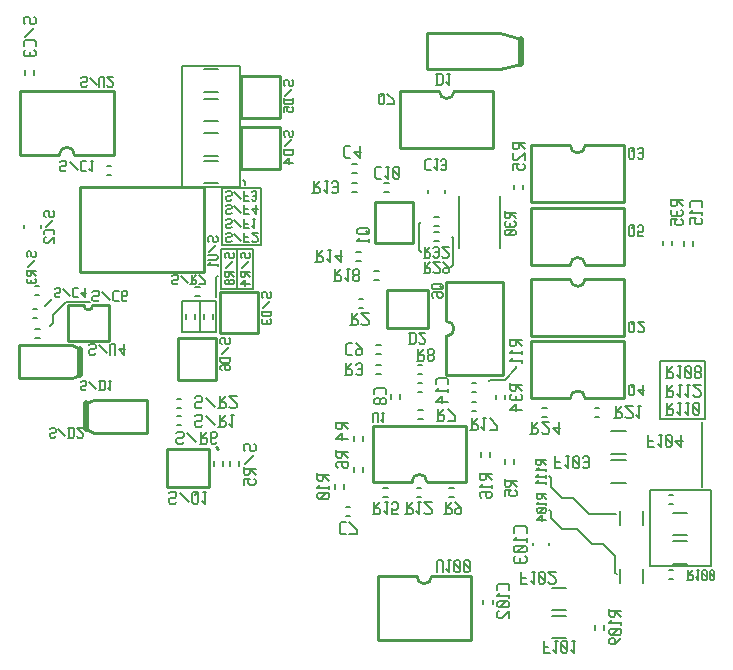
<source format=gbr>
G04 start of page 10 for group -4078 idx -4078 *
G04 Title: (unknown), bottomsilk *
G04 Creator: pcb 1.99z *
G04 CreationDate: Thu 09 Sep 2010 15:44:30 GMT UTC *
G04 For: rbarlow *
G04 Format: Gerber/RS-274X *
G04 PCB-Dimensions: 236220 263780 *
G04 PCB-Coordinate-Origin: lower left *
%MOIN*%
%FSLAX25Y25*%
%LNBACKSILK*%
%ADD11C,0.0200*%
%ADD12C,0.0100*%
%ADD13C,0.0079*%
%ADD69C,0.0080*%
G54D13*X62599Y140946D02*Y130514D01*
X67914Y142128D02*Y148822D01*
X68111Y130514D02*Y140946D01*
X56693Y130514D02*X68111D01*
X75000Y158270D02*Y145079D01*
X67914Y148822D02*X68504Y149412D01*
X69685Y145079D02*Y158270D01*
X80315Y145079D02*X69685D01*
X80315Y158270D02*Y145079D01*
X56693Y140946D02*Y130514D01*
X13780Y133663D02*X12795Y132680D01*
X13780Y136419D02*Y133663D01*
X18111Y140750D02*X13780Y136419D01*
X25985Y140750D02*X18111D01*
X13386Y141735D02*X11024Y139373D01*
X68111Y140946D02*X56693Y140947D01*
X69685Y158272D02*X80315Y158268D01*
X70079Y178742D02*Y159648D01*
X83071Y159451D02*Y178742D01*
X70079Y159451D02*X83071D01*
X75985Y219293D02*Y178939D01*
X56693Y219293D02*X75985D01*
X56693Y178939D02*Y219293D01*
X77756Y179727D02*Y180514D01*
X77757Y180513D02*X76970Y181300D01*
X75985Y178939D02*X56693D01*
X83071Y178742D02*X70079D01*
G54D12*X67913Y92323D02*X68504Y91733D01*
G54D13*X164173Y114567D02*X159448D01*
X168110Y119292D02*Y118504D01*
X164173Y114567D01*
X159448D02*X159055Y114174D01*
X136417Y157285D02*Y157286D01*
X135630Y158073D01*
Y166538D01*
X136220Y167128D01*
X146457Y152364D02*Y152365D01*
X147047Y152955D01*
Y161814D01*
X146654Y162207D01*
X179724Y81892D02*Y78940D01*
X183465Y75199D01*
X187008D01*
X179528Y70868D02*Y68703D01*
X179724Y81892D02*X179134Y82482D01*
X179528Y70868D02*X179134Y71262D01*
X179528Y68703D02*X183268Y64963D01*
X212598Y52561D02*X233071D01*
Y77758D02*X212598D01*
Y52561D01*
X216142Y101577D02*X230906D01*
Y120868D01*
X233071Y52561D02*Y77758D01*
X230118Y100592D02*Y78939D01*
X230906Y120868D02*X216142D01*
Y101577D01*
X183268Y64963D02*X188188D01*
X193307Y59844D01*
X197047D01*
X200984Y55907D01*
Y50396D01*
X201575Y49805D01*
X187008Y75199D02*X192323Y69884D01*
X201378D01*
X167390Y179690D02*Y178116D01*
X170406Y179690D02*Y178116D01*
G54D69*X138780Y177756D02*Y176970D01*
X144290Y177756D02*Y176970D01*
G54D12*X173069Y192789D02*X186069D01*
X191069D02*X204069D01*
X173069D02*Y173789D01*
X204069D01*
Y192789D02*Y173789D01*
X186069Y192789D02*G75*G03X191069Y192789I2500J0D01*G01*
X129415Y210918D02*X142415D01*
X147415D02*X160415D01*
X129415D02*Y191918D01*
X160415D01*
Y210918D02*Y191918D01*
X142415Y210918D02*G75*G03X147415Y210918I2500J0D01*G01*
X169784Y228419D02*X162784Y230119D01*
X138484D02*X162784D01*
X138484D02*Y218307D01*
X162784D01*
X169784Y220007D02*X162784Y218307D01*
G54D11*X169784Y228419D02*Y220007D01*
G54D13*X123980Y180250D02*X125554D01*
X123980Y177234D02*X125554D01*
X126445Y109808D02*Y108234D01*
X129461Y109808D02*Y108234D01*
X135271Y104659D02*X136845D01*
X135271Y101643D02*X136845D01*
X121493Y126117D02*X123067D01*
X121493Y123101D02*X123067D01*
X121493Y119620D02*X123067D01*
X121493Y116604D02*X123067D01*
X153186Y110502D02*X154760D01*
X153186Y113518D02*X154760D01*
X135201Y119620D02*X136775D01*
X135201Y116604D02*X136775D01*
X153186Y104203D02*X154760D01*
X153186Y107219D02*X154760D01*
X135201Y113516D02*X136775D01*
X135201Y110500D02*X136775D01*
X54886Y102494D02*X56460D01*
X54886Y99478D02*X56460D01*
X54886Y108398D02*X56460D01*
X54886Y105382D02*X56460D01*
G54D69*X9645Y166142D02*Y165356D01*
X4135Y166142D02*Y165356D01*
G54D12*X2741Y210905D02*Y189693D01*
Y210905D02*X33873D01*
Y189693D01*
X2741D02*X15807D01*
X20807D02*X33873D01*
X20807D02*G75*G03X15807Y189693I-2500J0D01*G01*
G54D13*X7517Y142784D02*X9091D01*
X7517Y145800D02*X9091D01*
X7641Y128612D02*X9215D01*
X7641Y131628D02*X9215D01*
X6854Y138320D02*X8428D01*
X6854Y135304D02*X8428D01*
G54D12*X22612Y150566D02*X64012D01*
X22612Y179066D02*Y150566D01*
Y179066D02*X64012D01*
Y150566D01*
G54D13*X61154Y136453D02*Y134879D01*
X58138Y136453D02*Y134879D01*
X60988Y142587D02*X62562D01*
X60988Y145603D02*X62562D01*
X66862Y136453D02*Y134879D01*
X63846Y136453D02*Y134879D01*
X113422Y186746D02*X114996D01*
X113422Y183730D02*X114996D01*
X113422Y180250D02*X114996D01*
X113422Y177234D02*X114996D01*
G54D12*X76474Y201926D02*Y215826D01*
X89274D01*
Y201926D01*
X76474D01*
G54D69*X63976Y218112D02*X68700D01*
X63976Y210632D02*X68700D01*
X63976Y208270D02*X68700D01*
X63976Y200790D02*X68700D01*
G54D13*X4398Y217949D02*Y216375D01*
X7414Y217949D02*Y216375D01*
X31532Y185957D02*X33106D01*
X31532Y182941D02*X33106D01*
G54D12*X89274Y198865D02*Y184965D01*
X76474D02*X89274D01*
X76474Y198865D02*Y184965D01*
Y198865D02*X89274D01*
G54D69*X63976Y196851D02*X68700D01*
X63976Y189371D02*X68700D01*
X63976Y187600D02*X68700D01*
X63976Y180120D02*X68700D01*
G54D12*X144811Y129181D02*Y116181D01*
Y147181D02*Y134181D01*
Y116181D02*X163811D01*
Y147181D02*Y116181D01*
X144811Y147181D02*X163811D01*
X144811Y129181D02*G75*G03X144811Y134181I0J2500D01*G01*
X173069Y148301D02*X186069D01*
X191069D02*X204069D01*
X173069D02*Y129301D01*
X204069D01*
Y148301D02*Y129301D01*
X186069Y148301D02*G75*G03X191069Y148301I2500J0D01*G01*
X138756Y144628D02*Y131828D01*
X124856Y144628D02*X138756D01*
X124856D02*Y131828D01*
X138756D01*
G54D69*X149018Y175888D02*Y158566D01*
X162792Y175888D02*Y158566D01*
G54D12*X120963Y174061D02*X133763D01*
X120963D02*Y160161D01*
X133763D01*
Y174061D02*Y160161D01*
G54D13*X140712Y160895D02*X142286D01*
X140712Y163911D02*X142286D01*
X140713Y166014D02*X142287D01*
X140713Y169030D02*X142287D01*
X120634Y150919D02*X122208D01*
X120634Y147903D02*X122208D01*
X115587Y141667D02*X117161D01*
X115587Y138651D02*X117161D01*
X114800Y157415D02*X116374D01*
X114800Y154399D02*X116374D01*
X176808Y105250D02*X178382D01*
X176808Y102234D02*X178382D01*
X194256D02*X195830D01*
X194256Y105250D02*X195830D01*
G54D12*X204069Y108435D02*X191069D01*
X173069D02*X186069D01*
X204069Y127435D02*Y108435D01*
X173069Y127435D02*X204069D01*
X173069Y108435D02*Y127435D01*
X191069Y108435D02*G75*G03X186069Y108435I-2500J0D01*G01*
G54D13*X164303Y109682D02*Y108108D01*
X161287Y109682D02*Y108108D01*
G54D12*X204069Y152923D02*X191069D01*
X173069D02*X186069D01*
X204069Y171923D02*Y152923D01*
X173069Y171923D02*X204069D01*
X173069Y152923D02*Y171923D01*
X191069Y152923D02*G75*G03X186069Y152923I-2500J0D01*G01*
G54D13*X216996Y161059D02*Y159485D01*
X220012Y161059D02*Y159485D01*
X223886Y160988D02*Y159414D01*
X226902Y160988D02*Y159414D01*
X157153Y41376D02*Y39802D01*
X160169Y41376D02*Y39802D01*
G54D69*X173623Y60238D02*Y59452D01*
X179133Y60238D02*Y59452D01*
G54D13*X145634Y75659D02*X147208D01*
X145634Y78675D02*X147208D01*
X167453Y88155D02*Y86581D01*
X164437Y88155D02*Y86581D01*
X159185Y90517D02*Y88943D01*
X156169Y90517D02*Y88943D01*
X197374Y32911D02*Y31337D01*
X194358Y32911D02*Y31337D01*
G54D69*X199802Y97443D02*X204526D01*
X199802Y89963D02*X204526D01*
X199804Y87797D02*X204528D01*
X199804Y80317D02*X204528D01*
X179921Y45278D02*X184645D01*
X179921Y37798D02*X184645D01*
X179921Y36026D02*X184645D01*
X179921Y28546D02*X184645D01*
G54D13*X218862Y76116D02*X220436D01*
X218862Y73100D02*X220436D01*
X218862Y51313D02*X220436D01*
X218862Y48297D02*X220436D01*
G54D69*X220275Y70277D02*X224999D01*
X220275Y62797D02*X224999D01*
X220275Y53348D02*X224999D01*
X220275Y60828D02*X224999D01*
X210236Y70867D02*Y66143D01*
X202756Y70867D02*Y66143D01*
X210236Y51577D02*Y46853D01*
X202756Y51577D02*Y46853D01*
G54D12*X138324Y80634D02*X151390D01*
X120258D02*X133324D01*
X151390Y99286D02*Y80634D01*
X120258Y99286D02*X151390D01*
X120258D02*Y80634D01*
X138324D02*G75*G03X133324Y80634I-2500J0D01*G01*
X152967Y49190D02*Y27978D01*
X121835D02*X152967D01*
X121835Y49190D02*Y27978D01*
X139901Y49190D02*X152967D01*
X121835D02*X134901D01*
G75*G03X139901Y49190I2500J0D01*G01*
G54D13*X111185Y72179D02*X112759D01*
X111185Y69163D02*X112759D01*
X107547Y79887D02*Y78313D01*
X110563Y79887D02*Y78313D01*
X123658Y78675D02*X125232D01*
X123658Y75659D02*X125232D01*
X134879Y78675D02*X136453D01*
X134879Y75659D02*X136453D01*
X117059Y85470D02*Y83896D01*
X114043Y85470D02*Y83896D01*
Y95903D02*Y94329D01*
X117059Y95903D02*Y94329D01*
G54D11*X24728Y98261D02*Y106861D01*
G54D12*X27328Y108061D01*
X44928D01*
Y97061D01*
X27328D01*
X24728Y98261D01*
G54D11*X22517Y124971D02*Y116371D01*
G54D12*X19917Y115171D01*
X2317D02*X19917D01*
X2317Y126171D02*Y115171D01*
Y126171D02*X19917D01*
X22517Y124971D01*
X18542Y139495D02*X23942D01*
X27042D02*X32442D01*
Y127695D01*
X18542D02*X32442D01*
X18542Y139495D02*Y127695D01*
X23942Y139495D02*G75*G03X26942Y139495I1500J0D01*G01*
X51598Y91674D02*X65498D01*
Y78874D01*
X51598D02*X65498D01*
X51598Y91674D02*Y78874D01*
X68132Y128478D02*Y114578D01*
X55332D02*X68132D01*
X55332Y128478D02*Y114578D01*
Y128478D02*X68132D01*
X69227Y130144D02*Y144044D01*
X82027D01*
Y130144D01*
X69227D01*
G54D13*X72705Y87437D02*Y85863D01*
X75721Y87437D02*Y85863D01*
X67193Y87437D02*Y85863D01*
X70209Y87437D02*Y85863D01*
X164275Y168988D02*Y170768D01*
Y168988D02*X164720Y168543D01*
X165610D01*
X166055Y168988D02*X165610Y168543D01*
X166055Y168988D02*Y170323D01*
X164275D02*X167835D01*
X166055D02*X167835Y168543D01*
X164720Y167475D02*X164275Y167030D01*
Y166140D02*Y167030D01*
Y166140D02*X164720Y165695D01*
X167390D01*
X167835Y166140D02*X167390Y165695D01*
X167835Y166140D02*Y167030D01*
X167390Y167475D02*X167835Y167030D01*
X166055Y165695D02*Y167030D01*
X167390Y164626D02*X167835Y164181D01*
X164720Y164626D02*X167390D01*
X164720D02*X164275Y164181D01*
Y163291D02*Y164181D01*
Y163291D02*X164720Y162846D01*
X167390D01*
X167835Y163291D02*X167390Y162846D01*
X167835Y163291D02*Y164181D01*
X166945Y164626D02*X165165Y162846D01*
X166945Y192061D02*Y194061D01*
Y192061D02*X167445Y191561D01*
X168445D01*
X168945Y192061D02*X168445Y191561D01*
X168945Y192061D02*Y193561D01*
X166945D02*X170945D01*
X168945D02*X170945Y191561D01*
X167445Y190360D02*X166945Y189860D01*
Y188360D02*Y189860D01*
Y188360D02*X167445Y187860D01*
X168445D01*
X170945Y190360D02*X168445Y187860D01*
X170945D02*Y190360D01*
X166945Y184659D02*Y186659D01*
X168945D01*
X168445Y186159D01*
Y185159D02*Y186159D01*
Y185159D02*X168945Y184659D01*
X170445D01*
X170945Y185159D02*X170445Y184659D01*
X170945Y185159D02*Y186159D01*
X170445Y186659D02*X170945Y186159D01*
X205690Y188821D02*Y191491D01*
Y188821D02*X206135Y188376D01*
X207025D01*
X207470Y188821D01*
Y191491D01*
X207025Y191936D02*X207470Y191491D01*
X206135Y191936D02*X207025D01*
X205690Y191491D02*X206135Y191936D01*
X206580Y191046D02*X207470Y191936D01*
X208538Y188821D02*X208983Y188376D01*
X209873D01*
X210318Y188821D01*
Y191491D01*
X209873Y191936D02*X210318Y191491D01*
X208983Y191936D02*X209873D01*
X208538Y191491D02*X208983Y191936D01*
Y190156D02*X210318D01*
X219503Y173037D02*Y175037D01*
Y173037D02*X220003Y172537D01*
X221003D01*
X221503Y173037D02*X221003Y172537D01*
X221503Y173037D02*Y174537D01*
X219503D02*X223503D01*
X221503D02*X223503Y172537D01*
X220003Y171336D02*X219503Y170836D01*
Y169836D02*Y170836D01*
Y169836D02*X220003Y169336D01*
X223003D01*
X223503Y169836D02*X223003Y169336D01*
X223503Y169836D02*Y170836D01*
X223003Y171336D02*X223503Y170836D01*
X221503Y169336D02*Y170836D01*
X219503Y166135D02*Y168135D01*
X221503D01*
X221003Y167635D01*
Y166635D02*Y167635D01*
Y166635D02*X221503Y166135D01*
X223003D01*
X223503Y166635D02*X223003Y166135D01*
X223503Y166635D02*Y167635D01*
X223003Y168135D02*X223503Y167635D01*
X230001Y172338D02*Y173838D01*
X229501Y174338D02*X230001Y173838D01*
X226501Y174338D02*X229501D01*
X226501D02*X226001Y173838D01*
Y172338D02*Y173838D01*
X230001Y169637D02*Y170637D01*
X226001Y170137D02*X230001D01*
X227001Y171137D02*X226001Y170137D01*
Y166436D02*Y168436D01*
X228001D01*
X227501Y167936D01*
Y166936D02*Y167936D01*
Y166936D02*X228001Y166436D01*
X229501D01*
X230001Y166936D02*X229501Y166436D01*
X230001Y166936D02*Y167936D01*
X229501Y168436D02*X230001Y167936D01*
X141783Y213042D02*Y216602D01*
X143118Y213042D02*X143563Y213487D01*
Y216157D01*
X143118Y216602D02*X143563Y216157D01*
X141338Y216602D02*X143118D01*
X141338Y213042D02*X143118D01*
X145076Y216602D02*X145966D01*
X145521Y213042D02*Y216602D01*
X144631Y213932D02*X145521Y213042D01*
X138241Y188111D02*X139576D01*
X137796Y187666D02*X138241Y188111D01*
X137796Y184996D02*Y187666D01*
Y184996D02*X138241Y184551D01*
X139576D01*
X141089Y188111D02*X141979D01*
X141534Y184551D02*Y188111D01*
X140644Y185441D02*X141534Y184551D01*
X143048Y184996D02*X143493Y184551D01*
X144383D01*
X144828Y184996D01*
Y187666D01*
X144383Y188111D02*X144828Y187666D01*
X143493Y188111D02*X144383D01*
X143048Y187666D02*X143493Y188111D01*
Y186331D02*X144828D01*
X111292Y192601D02*X112792D01*
X110792Y192101D02*X111292Y192601D01*
X110792Y189101D02*Y192101D01*
Y189101D02*X111292Y188601D01*
X112792D01*
X113993Y190601D02*X115993Y188601D01*
X113993Y190601D02*X116493D01*
X115993Y188601D02*Y192601D01*
X90608Y196123D02*X90998Y195733D01*
X90608Y196123D02*Y197293D01*
X90998Y197683D02*X90608Y197293D01*
X90998Y197683D02*X91778D01*
X92168Y197293D01*
Y196123D02*Y197293D01*
Y196123D02*X92558Y195733D01*
X93338D01*
X93728Y196123D02*X93338Y195733D01*
X93728Y196123D02*Y197293D01*
X93338Y197683D02*X93728Y197293D01*
X93338Y194797D02*X90998Y192457D01*
X90608Y191130D02*X93728D01*
X90608Y189960D02*X90998Y189570D01*
X93338D01*
X93728Y189960D02*X93338Y189570D01*
X93728Y189960D02*Y191520D01*
X90608Y189960D02*Y191520D01*
X92168Y188633D02*X90608Y187073D01*
X92168Y186683D02*Y188633D01*
X90608Y187073D02*X93728D01*
X90610Y213053D02*X91000Y212663D01*
X90610Y213053D02*Y214223D01*
X91000Y214613D02*X90610Y214223D01*
X91000Y214613D02*X91780D01*
X92170Y214223D01*
Y213053D02*Y214223D01*
Y213053D02*X92560Y212663D01*
X93340D01*
X93730Y213053D02*X93340Y212663D01*
X93730Y213053D02*Y214223D01*
X93340Y214613D02*X93730Y214223D01*
X93340Y211727D02*X91000Y209387D01*
X90610Y208060D02*X93730D01*
X90610Y206890D02*X91000Y206500D01*
X93340D01*
X93730Y206890D02*X93340Y206500D01*
X93730Y206890D02*Y208450D01*
X90610Y206890D02*Y208450D01*
Y204003D02*Y205563D01*
X92170D01*
X91780Y205173D01*
Y204393D02*Y205173D01*
Y204393D02*X92170Y204003D01*
X93340D01*
X93730Y204393D02*X93340Y204003D01*
X93730Y204393D02*Y205173D01*
X93340Y205563D02*X93730Y205173D01*
X122180Y206913D02*Y209583D01*
Y206913D02*X122625Y206468D01*
X123515D01*
X123960Y206913D01*
Y209583D01*
X123515Y210028D02*X123960Y209583D01*
X122625Y210028D02*X123515D01*
X122180Y209583D02*X122625Y210028D01*
X123070Y209138D02*X123960Y210028D01*
X125028D02*X127253Y207803D01*
Y206468D02*Y207803D01*
X125028Y206468D02*X127253D01*
X121600Y185710D02*X123100D01*
X121100Y185210D02*X121600Y185710D01*
X121100Y182210D02*Y185210D01*
Y182210D02*X121600Y181710D01*
X123100D01*
X124801Y185710D02*X125801D01*
X125301Y181710D02*Y185710D01*
X124301Y182710D02*X125301Y181710D01*
X127002Y185210D02*X127502Y185710D01*
X127002Y182210D02*Y185210D01*
Y182210D02*X127502Y181710D01*
X128502D01*
X129002Y182210D01*
Y185210D01*
X128502Y185710D02*X129002Y185210D01*
X127502Y185710D02*X128502D01*
X127002Y184710D02*X129002Y182710D01*
X205664Y163074D02*Y165744D01*
Y163074D02*X206109Y162629D01*
X206999D01*
X207444Y163074D01*
Y165744D01*
X206999Y166189D02*X207444Y165744D01*
X206109Y166189D02*X206999D01*
X205664Y165744D02*X206109Y166189D01*
X206554Y165299D02*X207444Y166189D01*
X208512Y162629D02*X210292D01*
X208512D02*Y164409D01*
X208957Y163964D01*
X209847D01*
X210292Y164409D01*
Y165744D01*
X209847Y166189D02*X210292Y165744D01*
X208957Y166189D02*X209847D01*
X208512Y165744D02*X208957Y166189D01*
X165962Y126309D02*Y128309D01*
Y126309D02*X166462Y125809D01*
X167462D01*
X167962Y126309D02*X167462Y125809D01*
X167962Y126309D02*Y127809D01*
X165962D02*X169962D01*
X167962D02*X169962Y125809D01*
Y123108D02*Y124108D01*
X165962Y123608D02*X169962D01*
X166962Y124608D02*X165962Y123608D01*
X169962Y120407D02*Y121407D01*
X165962Y120907D02*X169962D01*
X166962Y121907D02*X165962Y120907D01*
X111882Y126853D02*X113382D01*
X111382Y126353D02*X111882Y126853D01*
X111382Y123353D02*Y126353D01*
Y123353D02*X111882Y122853D01*
X113382D01*
X114583Y126853D02*X116583Y124853D01*
Y123353D02*Y124853D01*
X116083Y122853D02*X116583Y123353D01*
X115083Y122853D02*X116083D01*
X114583Y123353D02*X115083Y122853D01*
X114583Y123353D02*Y124353D01*
X115083Y124853D01*
X116583D01*
X110987Y116159D02*X112987D01*
X113487Y116659D01*
Y117659D01*
X112987Y118159D02*X113487Y117659D01*
X111487Y118159D02*X112987D01*
X111487Y116159D02*Y120159D01*
Y118159D02*X113487Y120159D01*
X114688Y116659D02*X115188Y116159D01*
X116188D01*
X116688Y116659D01*
Y119659D01*
X116188Y120159D02*X116688Y119659D01*
X115188Y120159D02*X116188D01*
X114688Y119659D02*X115188Y120159D01*
Y118159D02*X116688D01*
X134878Y121080D02*X136878D01*
X137378Y121580D01*
Y122580D01*
X136878Y123080D02*X137378Y122580D01*
X135378Y123080D02*X136878D01*
X135378Y121080D02*Y125080D01*
Y123080D02*X137378Y125080D01*
X138579Y124580D02*X139079Y125080D01*
X138579Y123580D02*Y124580D01*
Y123580D02*X139079Y123080D01*
X140079D01*
X140579Y123580D01*
Y124580D01*
X140079Y125080D02*X140579Y124580D01*
X139079Y125080D02*X140079D01*
X138579Y122580D02*X139079Y123080D01*
X138579Y121580D02*Y122580D01*
Y121580D02*X139079Y121080D01*
X140079D01*
X140579Y121580D01*
Y122580D01*
X140079Y123080D02*X140579Y122580D01*
X152792Y97853D02*X154792D01*
X155292Y98353D01*
Y99353D01*
X154792Y99853D02*X155292Y99353D01*
X153292Y99853D02*X154792D01*
X153292Y97853D02*Y101853D01*
Y99853D02*X155292Y101853D01*
X156993D02*X157993D01*
X157493Y97853D02*Y101853D01*
X156493Y98853D02*X157493Y97853D01*
X159194Y101853D02*X161694Y99353D01*
Y97853D02*Y99353D01*
X159194Y97853D02*X161694D01*
X120438Y100489D02*Y103219D01*
X120828Y103609D01*
X121608D01*
X121998Y103219D01*
Y100489D02*Y103219D01*
X123324Y103609D02*X124104D01*
X123714Y100489D02*Y103609D01*
X122934Y101269D02*X123714Y100489D01*
X120239Y69900D02*X122239D01*
X122739Y70400D01*
Y71400D01*
X122239Y71900D02*X122739Y71400D01*
X120739Y71900D02*X122239D01*
X120739Y69900D02*Y73900D01*
Y71900D02*X122739Y73900D01*
X124440D02*X125440D01*
X124940Y69900D02*Y73900D01*
X123940Y70900D02*X124940Y69900D01*
X126641D02*X128641D01*
X126641D02*Y71900D01*
X127141Y71400D01*
X128141D01*
X128641Y71900D01*
Y73400D01*
X128141Y73900D02*X128641Y73400D01*
X127141Y73900D02*X128141D01*
X126641Y73400D02*X127141Y73900D01*
X145354Y113178D02*Y114678D01*
X144854Y115178D02*X145354Y114678D01*
X141854Y115178D02*X144854D01*
X141854D02*X141354Y114678D01*
Y113178D02*Y114678D01*
X145354Y110477D02*Y111477D01*
X141354Y110977D02*X145354D01*
X142354Y111977D02*X141354Y110977D01*
X143354Y109276D02*X141354Y107276D01*
X143354Y106776D02*Y109276D01*
X141354Y107276D02*X145354D01*
X166157Y111546D02*Y113546D01*
Y111546D02*X166657Y111046D01*
X167657D01*
X168157Y111546D02*X167657Y111046D01*
X168157Y111546D02*Y113046D01*
X166157D02*X170157D01*
X168157D02*X170157Y111046D01*
X166657Y109845D02*X166157Y109345D01*
Y108345D02*Y109345D01*
Y108345D02*X166657Y107845D01*
X169657D01*
X170157Y108345D02*X169657Y107845D01*
X170157Y108345D02*Y109345D01*
X169657Y109845D02*X170157Y109345D01*
X168157Y107845D02*Y109345D01*
Y106644D02*X166157Y104644D01*
X168157Y104144D02*Y106644D01*
X166157Y104644D02*X170157D01*
X172799Y96671D02*X174799D01*
X175299Y97171D01*
Y98171D01*
X174799Y98671D02*X175299Y98171D01*
X173299Y98671D02*X174799D01*
X173299Y96671D02*Y100671D01*
Y98671D02*X175299Y100671D01*
X176500Y97171D02*X177000Y96671D01*
X178500D01*
X179000Y97171D01*
Y98171D01*
X176500Y100671D02*X179000Y98171D01*
X176500Y100671D02*X179000D01*
X180201Y98671D02*X182201Y96671D01*
X180201Y98671D02*X182701D01*
X182201Y96671D02*Y100671D01*
X200753Y101789D02*X202753D01*
X203253Y102289D01*
Y103289D01*
X202753Y103789D02*X203253Y103289D01*
X201253Y103789D02*X202753D01*
X201253Y101789D02*Y105789D01*
Y103789D02*X203253Y105789D01*
X204454Y102289D02*X204954Y101789D01*
X206454D01*
X206954Y102289D01*
Y103289D01*
X204454Y105789D02*X206954Y103289D01*
X204454Y105789D02*X206954D01*
X208655D02*X209655D01*
X209155Y101789D02*Y105789D01*
X208155Y102789D02*X209155Y101789D01*
X217950Y115175D02*X219950D01*
X220450Y115675D01*
Y116675D01*
X219950Y117175D02*X220450Y116675D01*
X218450Y117175D02*X219950D01*
X218450Y115175D02*Y119175D01*
Y117175D02*X220450Y119175D01*
X222151D02*X223151D01*
X222651Y115175D02*Y119175D01*
X221651Y116175D02*X222651Y115175D01*
X224352Y118675D02*X224852Y119175D01*
X224352Y115675D02*Y118675D01*
Y115675D02*X224852Y115175D01*
X225852D01*
X226352Y115675D01*
Y118675D01*
X225852Y119175D02*X226352Y118675D01*
X224852Y119175D02*X225852D01*
X224352Y118175D02*X226352Y116175D01*
X227553Y118675D02*X228053Y119175D01*
X227553Y117675D02*Y118675D01*
Y117675D02*X228053Y117175D01*
X229053D01*
X229553Y117675D01*
Y118675D01*
X229053Y119175D02*X229553Y118675D01*
X228053Y119175D02*X229053D01*
X227553Y116675D02*X228053Y117175D01*
X227553Y115675D02*Y116675D01*
Y115675D02*X228053Y115175D01*
X229053D01*
X229553Y115675D01*
Y116675D01*
X229053Y117175D02*X229553Y116675D01*
X205664Y109925D02*Y112595D01*
Y109925D02*X206109Y109480D01*
X206999D01*
X207444Y109925D01*
Y112595D01*
X206999Y113040D02*X207444Y112595D01*
X206109Y113040D02*X206999D01*
X205664Y112595D02*X206109Y113040D01*
X206554Y112150D02*X207444Y113040D01*
X208512Y111260D02*X210292Y109480D01*
X208512Y111260D02*X210737D01*
X210292Y109480D02*Y113040D01*
X217913Y102970D02*X219913D01*
X220413Y103470D01*
Y104470D01*
X219913Y104970D02*X220413Y104470D01*
X218413Y104970D02*X219913D01*
X218413Y102970D02*Y106970D01*
Y104970D02*X220413Y106970D01*
X222114D02*X223114D01*
X222614Y102970D02*Y106970D01*
X221614Y103970D02*X222614Y102970D01*
X224815Y106970D02*X225815D01*
X225315Y102970D02*Y106970D01*
X224315Y103970D02*X225315Y102970D01*
X227016Y106470D02*X227516Y106970D01*
X227016Y103470D02*Y106470D01*
Y103470D02*X227516Y102970D01*
X228516D01*
X229016Y103470D01*
Y106470D01*
X228516Y106970D02*X229016Y106470D01*
X227516Y106970D02*X228516D01*
X227016Y105970D02*X229016Y103970D01*
X199032Y36154D02*Y38154D01*
Y36154D02*X199532Y35654D01*
X200532D01*
X201032Y36154D02*X200532Y35654D01*
X201032Y36154D02*Y37654D01*
X199032D02*X203032D01*
X201032D02*X203032Y35654D01*
Y32953D02*Y33953D01*
X199032Y33453D02*X203032D01*
X200032Y34453D02*X199032Y33453D01*
X202532Y31752D02*X203032Y31252D01*
X199532Y31752D02*X202532D01*
X199532D02*X199032Y31252D01*
Y30252D02*Y31252D01*
Y30252D02*X199532Y29752D01*
X202532D01*
X203032Y30252D02*X202532Y29752D01*
X203032Y30252D02*Y31252D01*
X202032Y31752D02*X200032Y29752D01*
X203032Y28551D02*X201032Y26551D01*
X199532D02*X201032D01*
X199032Y27051D02*X199532Y26551D01*
X199032Y27051D02*Y28051D01*
X199532Y28551D02*X199032Y28051D01*
X199532Y28551D02*X200532D01*
X201032Y28051D01*
Y26551D02*Y28051D01*
X165826Y44692D02*Y46192D01*
X165326Y46692D02*X165826Y46192D01*
X162326Y46692D02*X165326D01*
X162326D02*X161826Y46192D01*
Y44692D02*Y46192D01*
X165826Y41991D02*Y42991D01*
X161826Y42491D02*X165826D01*
X162826Y43491D02*X161826Y42491D01*
X165326Y40790D02*X165826Y40290D01*
X162326Y40790D02*X165326D01*
X162326D02*X161826Y40290D01*
Y39290D02*Y40290D01*
Y39290D02*X162326Y38790D01*
X165326D01*
X165826Y39290D02*X165326Y38790D01*
X165826Y39290D02*Y40290D01*
X164826Y40790D02*X162826Y38790D01*
X162326Y37589D02*X161826Y37089D01*
Y35589D02*Y37089D01*
Y35589D02*X162326Y35089D01*
X163326D01*
X165826Y37589D02*X163326Y35089D01*
X165826D02*Y37589D01*
X217985Y109072D02*X219985D01*
X220485Y109572D01*
Y110572D01*
X219985Y111072D02*X220485Y110572D01*
X218485Y111072D02*X219985D01*
X218485Y109072D02*Y113072D01*
Y111072D02*X220485Y113072D01*
X222186D02*X223186D01*
X222686Y109072D02*Y113072D01*
X221686Y110072D02*X222686Y109072D01*
X224887Y113072D02*X225887D01*
X225387Y109072D02*Y113072D01*
X224387Y110072D02*X225387Y109072D01*
X227088Y109572D02*X227588Y109072D01*
X229088D01*
X229588Y109572D01*
Y110572D01*
X227088Y113072D02*X229588Y110572D01*
X227088Y113072D02*X229588D01*
X177165Y23640D02*Y27640D01*
Y23640D02*X179165D01*
X177165Y25640D02*X178665D01*
X180866Y27640D02*X181866D01*
X181366Y23640D02*Y27640D01*
X180366Y24640D02*X181366Y23640D01*
X183067Y27140D02*X183567Y27640D01*
X183067Y24140D02*Y27140D01*
Y24140D02*X183567Y23640D01*
X184567D01*
X185067Y24140D01*
Y27140D01*
X184567Y27640D02*X185067Y27140D01*
X183567Y27640D02*X184567D01*
X183067Y26640D02*X185067Y24640D01*
X186768Y27640D02*X187768D01*
X187268Y23640D02*Y27640D01*
X186268Y24640D02*X187268Y23640D01*
X205690Y130947D02*Y133617D01*
Y130947D02*X206135Y130502D01*
X207025D01*
X207470Y130947D01*
Y133617D01*
X207025Y134062D02*X207470Y133617D01*
X206135Y134062D02*X207025D01*
X205690Y133617D02*X206135Y134062D01*
X206580Y133172D02*X207470Y134062D01*
X208538Y130947D02*X208983Y130502D01*
X210318D01*
X210763Y130947D01*
Y131837D01*
X208538Y134062D02*X210763Y131837D01*
X208538Y134062D02*X210763D01*
X225036Y48025D02*X226596D01*
X226986Y48415D01*
Y49195D01*
X226596Y49585D02*X226986Y49195D01*
X225426Y49585D02*X226596D01*
X225426Y48025D02*Y51145D01*
Y49585D02*X226986Y51145D01*
X228312D02*X229092D01*
X228702Y48025D02*Y51145D01*
X227922Y48805D02*X228702Y48025D01*
X230029Y50755D02*X230419Y51145D01*
X230029Y48415D02*Y50755D01*
Y48415D02*X230419Y48025D01*
X231199D01*
X231589Y48415D01*
Y50755D01*
X231199Y51145D02*X231589Y50755D01*
X230419Y51145D02*X231199D01*
X230029Y50365D02*X231589Y48805D01*
X232526Y50755D02*X232916Y51145D01*
X232526Y48415D02*Y50755D01*
Y48415D02*X232916Y48025D01*
X233696D01*
X234086Y48415D01*
Y50755D01*
X233696Y51145D02*X234086Y50755D01*
X232916Y51145D02*X233696D01*
X232526Y50365D02*X234086Y48805D01*
X54188Y73346D02*X54688Y73846D01*
X52688Y73346D02*X54188D01*
X52188Y73846D02*X52688Y73346D01*
X52188Y73846D02*Y74846D01*
X52688Y75346D01*
X54188D01*
X54688Y75846D01*
Y76846D01*
X54188Y77346D02*X54688Y76846D01*
X52688Y77346D02*X54188D01*
X52188Y76846D02*X52688Y77346D01*
X55889Y76846D02*X58889Y73846D01*
X60090D02*Y76846D01*
Y73846D02*X60590Y73346D01*
X61590D01*
X62090Y73846D01*
Y76846D01*
X61590Y77346D02*X62090Y76846D01*
X60590Y77346D02*X61590D01*
X60090Y76846D02*X60590Y77346D01*
X61090Y76346D02*X62090Y77346D01*
X63791D02*X64791D01*
X64291Y73346D02*Y77346D01*
X63291Y74346D02*X64291Y73346D01*
X77181Y91344D02*X77681Y90844D01*
X77181Y91344D02*Y92844D01*
X77681Y93344D02*X77181Y92844D01*
X77681Y93344D02*X78681D01*
X79181Y92844D01*
Y91344D02*Y92844D01*
Y91344D02*X79681Y90844D01*
X80681D01*
X81181Y91344D02*X80681Y90844D01*
X81181Y91344D02*Y92844D01*
X80681Y93344D02*X81181Y92844D01*
X80681Y89643D02*X77681Y86643D01*
X77181Y83442D02*Y85442D01*
Y83442D02*X77681Y82942D01*
X78681D01*
X79181Y83442D02*X78681Y82942D01*
X79181Y83442D02*Y84942D01*
X77181D02*X81181D01*
X79181D02*X81181Y82942D01*
X77181Y79741D02*Y81741D01*
X79181D01*
X78681Y81241D01*
Y80241D02*Y81241D01*
Y80241D02*X79181Y79741D01*
X80681D01*
X81181Y80241D02*X80681Y79741D01*
X81181Y80241D02*Y81241D01*
X80681Y81741D02*X81181Y81241D01*
X56689Y93324D02*X57189Y93824D01*
X55189Y93324D02*X56689D01*
X54689Y93824D02*X55189Y93324D01*
X54689Y93824D02*Y94824D01*
X55189Y95324D01*
X56689D01*
X57189Y95824D01*
Y96824D01*
X56689Y97324D02*X57189Y96824D01*
X55189Y97324D02*X56689D01*
X54689Y96824D02*X55189Y97324D01*
X58390Y96824D02*X61390Y93824D01*
X62591Y93324D02*X64591D01*
X65091Y93824D01*
Y94824D01*
X64591Y95324D02*X65091Y94824D01*
X63091Y95324D02*X64591D01*
X63091Y93324D02*Y97324D01*
Y95324D02*X65091Y97324D01*
X67792Y93324D02*X68292Y93824D01*
X66792Y93324D02*X67792D01*
X66292Y93824D02*X66792Y93324D01*
X66292Y93824D02*Y96824D01*
X66792Y97324D01*
X67792Y95324D02*X68292Y95824D01*
X66292Y95324D02*X67792D01*
X66792Y97324D02*X67792D01*
X68292Y96824D01*
Y95824D02*Y96824D01*
X109788Y67207D02*X111288D01*
X109288Y66707D02*X109788Y67207D01*
X109288Y63707D02*Y66707D01*
Y63707D02*X109788Y63207D01*
X111288D01*
X112489Y67207D02*X114989Y64707D01*
Y63207D02*Y64707D01*
X112489Y63207D02*X114989D01*
X108085Y89107D02*Y91107D01*
Y89107D02*X108585Y88607D01*
X109585D01*
X110085Y89107D02*X109585Y88607D01*
X110085Y89107D02*Y90607D01*
X108085D02*X112085D01*
X110085D02*X112085Y88607D01*
X108085Y85906D02*X108585Y85406D01*
X108085Y85906D02*Y86906D01*
X108585Y87406D02*X108085Y86906D01*
X108585Y87406D02*X111585D01*
X112085Y86906D01*
X110085Y85906D02*X110585Y85406D01*
X110085Y85906D02*Y87406D01*
X112085Y85906D02*Y86906D01*
Y85906D02*X111585Y85406D01*
X110585D02*X111585D01*
X101787Y81430D02*Y83430D01*
Y81430D02*X102287Y80930D01*
X103287D01*
X103787Y81430D02*X103287Y80930D01*
X103787Y81430D02*Y82930D01*
X101787D02*X105787D01*
X103787D02*X105787Y80930D01*
Y78229D02*Y79229D01*
X101787Y78729D02*X105787D01*
X102787Y79729D02*X101787Y78729D01*
X105287Y77028D02*X105787Y76528D01*
X102287Y77028D02*X105287D01*
X102287D02*X101787Y76528D01*
Y75528D02*Y76528D01*
Y75528D02*X102287Y75028D01*
X105287D01*
X105787Y75528D02*X105287Y75028D01*
X105787Y75528D02*Y76528D01*
X104787Y77028D02*X102787Y75028D01*
X108087Y98627D02*Y100627D01*
Y98627D02*X108587Y98127D01*
X109587D01*
X110087Y98627D02*X109587Y98127D01*
X110087Y98627D02*Y100127D01*
X108087D02*X112087D01*
X110087D02*X112087Y98127D01*
X110087Y96926D02*X108087Y94926D01*
X110087Y94426D02*Y96926D01*
X108087Y94926D02*X112087D01*
X62864Y99032D02*X63364Y99532D01*
X61364Y99032D02*X62864D01*
X60864Y99532D02*X61364Y99032D01*
X60864Y99532D02*Y100532D01*
X61364Y101032D01*
X62864D01*
X63364Y101532D01*
Y102532D01*
X62864Y103032D02*X63364Y102532D01*
X61364Y103032D02*X62864D01*
X60864Y102532D02*X61364Y103032D01*
X64565Y102532D02*X67565Y99532D01*
X68766Y99032D02*X70766D01*
X71266Y99532D01*
Y100532D01*
X70766Y101032D02*X71266Y100532D01*
X69266Y101032D02*X70766D01*
X69266Y99032D02*Y103032D01*
Y101032D02*X71266Y103032D01*
X72967D02*X73967D01*
X73467Y99032D02*Y103032D01*
X72467Y100032D02*X73467Y99032D01*
X62862Y105134D02*X63362Y105634D01*
X61362Y105134D02*X62862D01*
X60862Y105634D02*X61362Y105134D01*
X60862Y105634D02*Y106634D01*
X61362Y107134D01*
X62862D01*
X63362Y107634D01*
Y108634D01*
X62862Y109134D02*X63362Y108634D01*
X61362Y109134D02*X62862D01*
X60862Y108634D02*X61362Y109134D01*
X64563Y108634D02*X67563Y105634D01*
X68764Y105134D02*X70764D01*
X71264Y105634D01*
Y106634D01*
X70764Y107134D02*X71264Y106634D01*
X69264Y107134D02*X70764D01*
X69264Y105134D02*Y109134D01*
Y107134D02*X71264Y109134D01*
X72465Y105634D02*X72965Y105134D01*
X74465D01*
X74965Y105634D01*
Y106634D01*
X72465Y109134D02*X74965Y106634D01*
X72465Y109134D02*X74965D01*
X171691Y63728D02*Y65393D01*
X171136Y65948D02*X171691Y65393D01*
X167806Y65948D02*X171136D01*
X167806D02*X167251Y65393D01*
Y63728D02*Y65393D01*
X171691Y60730D02*Y61840D01*
X167251Y61285D02*X171691D01*
X168361Y62395D02*X167251Y61285D01*
X171136Y59397D02*X171691Y58842D01*
X167806Y59397D02*X171136D01*
X167806D02*X167251Y58842D01*
Y57732D02*Y58842D01*
Y57732D02*X167806Y57177D01*
X171136D01*
X171691Y57732D02*X171136Y57177D01*
X171691Y57732D02*Y58842D01*
X170581Y59397D02*X168361Y57177D01*
X167806Y55844D02*X167251Y55289D01*
Y54179D02*Y55289D01*
Y54179D02*X167806Y53624D01*
X171136D01*
X171691Y54179D02*X171136Y53624D01*
X171691Y54179D02*Y55289D01*
X171136Y55844D02*X171691Y55289D01*
X169471Y53624D02*Y55289D01*
X169687Y46672D02*Y50672D01*
Y46672D02*X171687D01*
X169687Y48672D02*X171187D01*
X173388Y50672D02*X174388D01*
X173888Y46672D02*Y50672D01*
X172888Y47672D02*X173888Y46672D01*
X175589Y50172D02*X176089Y50672D01*
X175589Y47172D02*Y50172D01*
Y47172D02*X176089Y46672D01*
X177089D01*
X177589Y47172D01*
Y50172D01*
X177089Y50672D02*X177589Y50172D01*
X176089Y50672D02*X177089D01*
X175589Y49672D02*X177589Y47672D01*
X178790Y47172D02*X179290Y46672D01*
X180790D01*
X181290Y47172D01*
Y48172D01*
X178790Y50672D02*X181290Y48172D01*
X178790Y50672D02*X181290D01*
X141505Y50514D02*Y54014D01*
X142005Y54514D01*
X143005D01*
X143505Y54014D01*
Y50514D02*Y54014D01*
X145206Y54514D02*X146206D01*
X145706Y50514D02*Y54514D01*
X144706Y51514D02*X145706Y50514D01*
X147407Y54014D02*X147907Y54514D01*
X147407Y51014D02*Y54014D01*
Y51014D02*X147907Y50514D01*
X148907D01*
X149407Y51014D01*
Y54014D01*
X148907Y54514D02*X149407Y54014D01*
X147907Y54514D02*X148907D01*
X147407Y53514D02*X149407Y51514D01*
X150608Y54014D02*X151108Y54514D01*
X150608Y51014D02*Y54014D01*
Y51014D02*X151108Y50514D01*
X152108D01*
X152608Y51014D01*
Y54014D01*
X152108Y54514D02*X152608Y54014D01*
X151108Y54514D02*X152108D01*
X150608Y53514D02*X152608Y51514D01*
X144059Y69900D02*X146059D01*
X146559Y70400D01*
Y71400D01*
X146059Y71900D02*X146559Y71400D01*
X144559Y71900D02*X146059D01*
X144559Y69900D02*Y73900D01*
Y71900D02*X146559Y73900D01*
X147760D02*X149760Y71900D01*
Y70400D02*Y71900D01*
X149260Y69900D02*X149760Y70400D01*
X148260Y69900D02*X149260D01*
X147760Y70400D02*X148260Y69900D01*
X147760Y70400D02*Y71400D01*
X148260Y71900D01*
X149760D01*
X131066Y69899D02*X133066D01*
X133566Y70399D01*
Y71399D01*
X133066Y71899D02*X133566Y71399D01*
X131566Y71899D02*X133066D01*
X131566Y69899D02*Y73899D01*
Y71899D02*X133566Y73899D01*
X135267D02*X136267D01*
X135767Y69899D02*Y73899D01*
X134767Y70899D02*X135767Y69899D01*
X137468Y70399D02*X137968Y69899D01*
X139468D01*
X139968Y70399D01*
Y71399D01*
X137468Y73899D02*X139968Y71399D01*
X137468Y73899D02*X139968D01*
X174794Y86633D02*Y88193D01*
Y86633D02*X175184Y86243D01*
X175964D01*
X176354Y86633D02*X175964Y86243D01*
X176354Y86633D02*Y87803D01*
X174794D02*X177914D01*
X176354D02*X177914Y86243D01*
Y84137D02*Y84917D01*
X174794Y84527D02*X177914D01*
X175574Y85307D02*X174794Y84527D01*
X177914Y82030D02*Y82810D01*
X174794Y82420D02*X177914D01*
X175574Y83200D02*X174794Y82420D01*
X177914Y79923D02*Y80703D01*
X174794Y80313D02*X177914D01*
X175574Y81093D02*X174794Y80313D01*
X174993Y75411D02*Y76971D01*
Y75411D02*X175383Y75021D01*
X176163D01*
X176553Y75411D02*X176163Y75021D01*
X176553Y75411D02*Y76581D01*
X174993D02*X178113D01*
X176553D02*X178113Y75021D01*
Y72915D02*Y73695D01*
X174993Y73305D02*X178113D01*
X175773Y74085D02*X174993Y73305D01*
X177723Y71978D02*X178113Y71588D01*
X175383Y71978D02*X177723D01*
X175383D02*X174993Y71588D01*
Y70808D02*Y71588D01*
Y70808D02*X175383Y70418D01*
X177723D01*
X178113Y70808D02*X177723Y70418D01*
X178113Y70808D02*Y71588D01*
X177333Y71978D02*X175773Y70418D01*
X176553Y69481D02*X174993Y67921D01*
X176553Y67531D02*Y69481D01*
X174993Y67921D02*X178113D01*
X164189Y79531D02*Y81531D01*
Y79531D02*X164689Y79031D01*
X165689D01*
X166189Y79531D02*X165689Y79031D01*
X166189Y79531D02*Y81031D01*
X164189D02*X168189D01*
X166189D02*X168189Y79031D01*
X164189Y75830D02*Y77830D01*
X166189D01*
X165689Y77330D01*
Y76330D02*Y77330D01*
Y76330D02*X166189Y75830D01*
X167689D01*
X168189Y76330D02*X167689Y75830D01*
X168189Y76330D02*Y77330D01*
X167689Y77830D02*X168189Y77330D01*
X155924Y81697D02*Y83697D01*
Y81697D02*X156424Y81197D01*
X157424D01*
X157924Y81697D02*X157424Y81197D01*
X157924Y81697D02*Y83197D01*
X155924D02*X159924D01*
X157924D02*X159924Y81197D01*
Y78496D02*Y79496D01*
X155924Y78996D02*X159924D01*
X156924Y79996D02*X155924Y78996D01*
Y75795D02*X156424Y75295D01*
X155924Y75795D02*Y76795D01*
X156424Y77295D02*X155924Y76795D01*
X156424Y77295D02*X159424D01*
X159924Y76795D01*
X157924Y75795D02*X158424Y75295D01*
X157924Y75795D02*Y77295D01*
X159924Y75795D02*Y76795D01*
Y75795D02*X159424Y75295D01*
X158424D02*X159424D01*
X212008Y92339D02*Y96339D01*
Y92339D02*X214008D01*
X212008Y94339D02*X213508D01*
X215709Y96339D02*X216709D01*
X216209Y92339D02*Y96339D01*
X215209Y93339D02*X216209Y92339D01*
X217910Y95839D02*X218410Y96339D01*
X217910Y92839D02*Y95839D01*
Y92839D02*X218410Y92339D01*
X219410D01*
X219910Y92839D01*
Y95839D01*
X219410Y96339D02*X219910Y95839D01*
X218410Y96339D02*X219410D01*
X217910Y95339D02*X219910Y93339D01*
X221111Y94339D02*X223111Y92339D01*
X221111Y94339D02*X223611D01*
X223111Y92339D02*Y96339D01*
X181101Y85253D02*Y89253D01*
Y85253D02*X183101D01*
X181101Y87253D02*X182601D01*
X184802Y89253D02*X185802D01*
X185302Y85253D02*Y89253D01*
X184302Y86253D02*X185302Y85253D01*
X187003Y88753D02*X187503Y89253D01*
X187003Y85753D02*Y88753D01*
Y85753D02*X187503Y85253D01*
X188503D01*
X189003Y85753D01*
Y88753D01*
X188503Y89253D02*X189003Y88753D01*
X187503Y89253D02*X188503D01*
X187003Y88253D02*X189003Y86253D01*
X190204Y85753D02*X190704Y85253D01*
X191704D01*
X192204Y85753D01*
Y88753D01*
X191704Y89253D02*X192204Y88753D01*
X190704Y89253D02*X191704D01*
X190204Y88753D02*X190704Y89253D01*
Y87253D02*X192204D01*
X14160Y95389D02*X14550Y95779D01*
X12990Y95389D02*X14160D01*
X12600Y95779D02*X12990Y95389D01*
X12600Y95779D02*Y96559D01*
X12990Y96949D01*
X14160D01*
X14550Y97339D01*
Y98119D01*
X14160Y98509D02*X14550Y98119D01*
X12990Y98509D02*X14160D01*
X12600Y98119D02*X12990Y98509D01*
X15486Y98119D02*X17826Y95779D01*
X19153Y95389D02*Y98509D01*
X20323Y95389D02*X20713Y95779D01*
Y98119D01*
X20323Y98509D02*X20713Y98119D01*
X18763Y98509D02*X20323D01*
X18763Y95389D02*X20323D01*
X21650Y95779D02*X22040Y95389D01*
X23210D01*
X23600Y95779D01*
Y96559D01*
X21650Y98509D02*X23600Y96559D01*
X21650Y98509D02*X23600D01*
X24396Y111138D02*X24786Y111528D01*
X23226Y111138D02*X24396D01*
X22836Y111528D02*X23226Y111138D01*
X22836Y111528D02*Y112308D01*
X23226Y112698D01*
X24396D01*
X24786Y113088D01*
Y113868D01*
X24396Y114258D02*X24786Y113868D01*
X23226Y114258D02*X24396D01*
X22836Y113868D02*X23226Y114258D01*
X25722Y113868D02*X28062Y111528D01*
X29389Y111138D02*Y114258D01*
X30559Y111138D02*X30949Y111528D01*
Y113868D01*
X30559Y114258D02*X30949Y113868D01*
X28999Y114258D02*X30559D01*
X28999Y111138D02*X30559D01*
X32276Y114258D02*X33056D01*
X32666Y111138D02*Y114258D01*
X31886Y111918D02*X32666Y111138D01*
X10819Y169309D02*X11209Y168919D01*
X10819Y169309D02*Y170479D01*
X11209Y170869D02*X10819Y170479D01*
X11209Y170869D02*X11989D01*
X12379Y170479D01*
Y169309D02*Y170479D01*
Y169309D02*X12769Y168919D01*
X13549D01*
X13939Y169309D02*X13549Y168919D01*
X13939Y169309D02*Y170479D01*
X13549Y170869D02*X13939Y170479D01*
X13549Y167983D02*X11209Y165643D01*
X13939Y163146D02*Y164316D01*
X13549Y164706D02*X13939Y164316D01*
X11209Y164706D02*X13549D01*
X11209D02*X10819Y164316D01*
Y163146D02*Y164316D01*
X11209Y162209D02*X10819Y161819D01*
Y160649D02*Y161819D01*
Y160649D02*X11209Y160259D01*
X11989D01*
X13939Y162209D02*X11989Y160259D01*
X13939D02*Y162209D01*
X24560Y212402D02*X24950Y212792D01*
X23390Y212402D02*X24560D01*
X23000Y212792D02*X23390Y212402D01*
X23000Y212792D02*Y213572D01*
X23390Y213962D01*
X24560D01*
X24950Y214352D01*
Y215132D01*
X24560Y215522D02*X24950Y215132D01*
X23390Y215522D02*X24560D01*
X23000Y215132D02*X23390Y215522D01*
X25886Y215132D02*X28226Y212792D01*
X29163Y212402D02*Y215132D01*
X29553Y215522D01*
X30333D01*
X30723Y215132D01*
Y212402D02*Y215132D01*
X31660Y212792D02*X32050Y212402D01*
X33220D01*
X33610Y212792D01*
Y213572D01*
X31660Y215522D02*X33610Y213572D01*
X31660Y215522D02*X33610D01*
X27409Y123042D02*X27854Y123487D01*
X26074Y123042D02*X27409D01*
X25629Y123487D02*X26074Y123042D01*
X25629Y123487D02*Y124377D01*
X26074Y124822D01*
X27409D01*
X27854Y125267D01*
Y126157D01*
X27409Y126602D02*X27854Y126157D01*
X26074Y126602D02*X27409D01*
X25629Y126157D02*X26074Y126602D01*
X28922Y126157D02*X31592Y123487D01*
X32661Y123042D02*Y126157D01*
X33106Y126602D01*
X33996D01*
X34441Y126157D01*
Y123042D02*Y126157D01*
X35510Y124822D02*X37290Y123042D01*
X35510Y124822D02*X37735D01*
X37290Y123042D02*Y126602D01*
X17689Y184158D02*X18134Y184603D01*
X16354Y184158D02*X17689D01*
X15909Y184603D02*X16354Y184158D01*
X15909Y184603D02*Y185493D01*
X16354Y185938D01*
X17689D01*
X18134Y186383D01*
Y187273D01*
X17689Y187718D02*X18134Y187273D01*
X16354Y187718D02*X17689D01*
X15909Y187273D02*X16354Y187718D01*
X19202Y187273D02*X21872Y184603D01*
X23386Y187718D02*X24721D01*
X22941Y187273D02*X23386Y187718D01*
X22941Y184603D02*Y187273D01*
Y184603D02*X23386Y184158D01*
X24721D01*
X26235Y187718D02*X27125D01*
X26680Y184158D02*Y187718D01*
X25790Y185048D02*X26680Y184158D01*
X28515Y140852D02*X28960Y141297D01*
X27180Y140852D02*X28515D01*
X26735Y141297D02*X27180Y140852D01*
X26735Y141297D02*Y142187D01*
X27180Y142632D01*
X28515D01*
X28960Y143077D01*
Y143967D01*
X28515Y144412D02*X28960Y143967D01*
X27180Y144412D02*X28515D01*
X26735Y143967D02*X27180Y144412D01*
X30028Y143967D02*X32698Y141297D01*
X34212Y144412D02*X35547D01*
X33767Y143967D02*X34212Y144412D01*
X33767Y141297D02*Y143967D01*
Y141297D02*X34212Y140852D01*
X35547D01*
X37951D02*X38396Y141297D01*
X37061Y140852D02*X37951D01*
X36616Y141297D02*X37061Y140852D01*
X36616Y141297D02*Y143967D01*
X37061Y144412D01*
X37951Y142632D02*X38396Y143077D01*
X36616Y142632D02*X37951D01*
X37061Y144412D02*X37951D01*
X38396Y143967D01*
Y143077D02*Y143967D01*
X15770Y142119D02*X16160Y142509D01*
X14600Y142119D02*X15770D01*
X14210Y142509D02*X14600Y142119D01*
X14210Y142509D02*Y143289D01*
X14600Y143679D01*
X15770D01*
X16160Y144069D01*
Y144849D01*
X15770Y145239D02*X16160Y144849D01*
X14600Y145239D02*X15770D01*
X14210Y144849D02*X14600Y145239D01*
X17096Y144849D02*X19436Y142509D01*
X20763Y145239D02*X21933D01*
X20373Y144849D02*X20763Y145239D01*
X20373Y142509D02*Y144849D01*
Y142509D02*X20763Y142119D01*
X21933D01*
X22870Y143679D02*X24430Y142119D01*
X22870Y143679D02*X24820D01*
X24430Y142119D02*Y145239D01*
X54868Y146452D02*X55258Y146842D01*
X53698Y146452D02*X54868D01*
X53308Y146842D02*X53698Y146452D01*
X53308Y146842D02*Y147622D01*
X53698Y148012D01*
X54868D01*
X55258Y148402D01*
Y149182D01*
X54868Y149572D02*X55258Y149182D01*
X53698Y149572D02*X54868D01*
X53308Y149182D02*X53698Y149572D01*
X56194Y149182D02*X58534Y146842D01*
X59471Y146452D02*X61031D01*
X61421Y146842D01*
Y147622D01*
X61031Y148012D02*X61421Y147622D01*
X59861Y148012D02*X61031D01*
X59861Y146452D02*Y149572D01*
Y148012D02*X61421Y149572D01*
X62358D02*X64308Y147622D01*
Y146452D02*Y147622D01*
X62358Y146452D02*X64308D01*
X70858Y155492D02*X71248Y155102D01*
X70858Y155492D02*Y156662D01*
X71248Y157052D02*X70858Y156662D01*
X71248Y157052D02*X72028D01*
X72418Y156662D01*
Y155492D02*Y156662D01*
Y155492D02*X72808Y155102D01*
X73588D01*
X73978Y155492D02*X73588Y155102D01*
X73978Y155492D02*Y156662D01*
X73588Y157052D02*X73978Y156662D01*
X73588Y154166D02*X71248Y151826D01*
X70858Y149329D02*Y150889D01*
Y149329D02*X71248Y148939D01*
X72028D01*
X72418Y149329D02*X72028Y148939D01*
X72418Y149329D02*Y150499D01*
X70858D02*X73978D01*
X72418D02*X73978Y148939D01*
X73588Y148002D02*X73978Y147612D01*
X72808Y148002D02*X73588D01*
X72808D02*X72418Y147612D01*
Y146832D02*Y147612D01*
Y146832D02*X72808Y146442D01*
X73588D01*
X73978Y146832D02*X73588Y146442D01*
X73978Y146832D02*Y147612D01*
X72028Y148002D02*X72418Y147612D01*
X71248Y148002D02*X72028D01*
X71248D02*X70858Y147612D01*
Y146832D02*Y147612D01*
Y146832D02*X71248Y146442D01*
X72028D01*
X72418Y146832D02*X72028Y146442D01*
X3953Y233666D02*X4453Y233166D01*
X3953Y233666D02*Y235166D01*
X4453Y235666D02*X3953Y235166D01*
X4453Y235666D02*X5453D01*
X5953Y235166D01*
Y233666D02*Y235166D01*
Y233666D02*X6453Y233166D01*
X7453D01*
X7953Y233666D02*X7453Y233166D01*
X7953Y233666D02*Y235166D01*
X7453Y235666D02*X7953Y235166D01*
X7453Y231965D02*X4453Y228965D01*
X7953Y225764D02*Y227264D01*
X7453Y227764D02*X7953Y227264D01*
X4453Y227764D02*X7453D01*
X4453D02*X3953Y227264D01*
Y225764D02*Y227264D01*
X4453Y224563D02*X3953Y224063D01*
Y223063D02*Y224063D01*
Y223063D02*X4453Y222563D01*
X7453D01*
X7953Y223063D02*X7453Y222563D01*
X7953Y223063D02*Y224063D01*
X7453Y224563D02*X7953Y224063D01*
X5953Y222563D02*Y224063D01*
X4914Y155886D02*X5304Y155496D01*
X4914Y155886D02*Y157056D01*
X5304Y157446D02*X4914Y157056D01*
X5304Y157446D02*X6084D01*
X6474Y157056D01*
Y155886D02*Y157056D01*
Y155886D02*X6864Y155496D01*
X7644D01*
X8034Y155886D02*X7644Y155496D01*
X8034Y155886D02*Y157056D01*
X7644Y157446D02*X8034Y157056D01*
X7644Y154560D02*X5304Y152220D01*
X4914Y149723D02*Y151283D01*
Y149723D02*X5304Y149333D01*
X6084D01*
X6474Y149723D02*X6084Y149333D01*
X6474Y149723D02*Y150893D01*
X4914D02*X8034D01*
X6474D02*X8034Y149333D01*
X5304Y148396D02*X4914Y148006D01*
Y147226D02*Y148006D01*
Y147226D02*X5304Y146836D01*
X7644D01*
X8034Y147226D02*X7644Y146836D01*
X8034Y147226D02*Y148006D01*
X7644Y148396D02*X8034Y148006D01*
X6474Y146836D02*Y148006D01*
X69465Y126919D02*X69855Y126529D01*
X69465Y126919D02*Y128089D01*
X69855Y128479D02*X69465Y128089D01*
X69855Y128479D02*X70635D01*
X71025Y128089D01*
Y126919D02*Y128089D01*
Y126919D02*X71415Y126529D01*
X72195D01*
X72585Y126919D02*X72195Y126529D01*
X72585Y126919D02*Y128089D01*
X72195Y128479D02*X72585Y128089D01*
X72195Y125593D02*X69855Y123253D01*
X69465Y121926D02*X72585D01*
X69465Y120756D02*X69855Y120366D01*
X72195D01*
X72585Y120756D02*X72195Y120366D01*
X72585Y120756D02*Y122316D01*
X69465Y120756D02*Y122316D01*
Y118259D02*X69855Y117869D01*
X69465Y118259D02*Y119039D01*
X69855Y119429D02*X69465Y119039D01*
X69855Y119429D02*X72195D01*
X72585Y119039D01*
X71025Y118259D02*X71415Y117869D01*
X71025Y118259D02*Y119429D01*
X72585Y118259D02*Y119039D01*
Y118259D02*X72195Y117869D01*
X71415D02*X72195D01*
X83286Y142316D02*X83676Y141926D01*
X83286Y142316D02*Y143486D01*
X83676Y143876D02*X83286Y143486D01*
X83676Y143876D02*X84456D01*
X84846Y143486D01*
Y142316D02*Y143486D01*
Y142316D02*X85236Y141926D01*
X86016D01*
X86406Y142316D02*X86016Y141926D01*
X86406Y142316D02*Y143486D01*
X86016Y143876D02*X86406Y143486D01*
X86016Y140990D02*X83676Y138650D01*
X83286Y137323D02*X86406D01*
X83286Y136153D02*X83676Y135763D01*
X86016D01*
X86406Y136153D02*X86016Y135763D01*
X86406Y136153D02*Y137713D01*
X83286Y136153D02*Y137713D01*
X83676Y134826D02*X83286Y134436D01*
Y133656D02*Y134436D01*
Y133656D02*X83676Y133266D01*
X86016D01*
X86406Y133656D02*X86016Y133266D01*
X86406Y133656D02*Y134436D01*
X86016Y134826D02*X86406Y134436D01*
X84846Y133266D02*Y134436D01*
X65387Y160878D02*X65777Y160488D01*
X65387Y160878D02*Y162048D01*
X65777Y162438D02*X65387Y162048D01*
X65777Y162438D02*X66557D01*
X66947Y162048D01*
Y160878D02*Y162048D01*
Y160878D02*X67337Y160488D01*
X68117D01*
X68507Y160878D02*X68117Y160488D01*
X68507Y160878D02*Y162048D01*
X68117Y162438D02*X68507Y162048D01*
X68117Y159552D02*X65777Y157212D01*
X65387Y156275D02*X68117D01*
X68507Y155885D01*
Y155105D02*Y155885D01*
Y155105D02*X68117Y154715D01*
X65387D02*X68117D01*
X68507Y152608D02*Y153388D01*
X65387Y152998D02*X68507D01*
X66167Y153778D02*X65387Y152998D01*
X72818Y165151D02*X73208Y165541D01*
X71648Y165151D02*X72818D01*
X71258Y165541D02*X71648Y165151D01*
X71258Y165541D02*Y166321D01*
X71648Y166711D01*
X72818D01*
X73208Y167101D01*
Y167881D01*
X72818Y168271D02*X73208Y167881D01*
X71648Y168271D02*X72818D01*
X71258Y167881D02*X71648Y168271D01*
X74144Y167881D02*X76484Y165541D01*
X77421Y165151D02*Y168271D01*
Y165151D02*X78981D01*
X77421Y166711D02*X78591D01*
X80308Y168271D02*X81088D01*
X80698Y165151D02*Y168271D01*
X79918Y165931D02*X80698Y165151D01*
X72820Y160624D02*X73210Y161014D01*
X71650Y160624D02*X72820D01*
X71260Y161014D02*X71650Y160624D01*
X71260Y161014D02*Y161794D01*
X71650Y162184D01*
X72820D01*
X73210Y162574D01*
Y163354D01*
X72820Y163744D02*X73210Y163354D01*
X71650Y163744D02*X72820D01*
X71260Y163354D02*X71650Y163744D01*
X74146Y163354D02*X76486Y161014D01*
X77423Y160624D02*Y163744D01*
Y160624D02*X78983D01*
X77423Y162184D02*X78593D01*
X79920Y161014D02*X80310Y160624D01*
X81480D01*
X81870Y161014D01*
Y161794D01*
X79920Y163744D02*X81870Y161794D01*
X79920Y163744D02*X81870D01*
X72819Y174404D02*X73209Y174794D01*
X71649Y174404D02*X72819D01*
X71259Y174794D02*X71649Y174404D01*
X71259Y174794D02*Y175574D01*
X71649Y175964D01*
X72819D01*
X73209Y176354D01*
Y177134D01*
X72819Y177524D02*X73209Y177134D01*
X71649Y177524D02*X72819D01*
X71259Y177134D02*X71649Y177524D01*
X74145Y177134D02*X76485Y174794D01*
X77422Y174404D02*Y177524D01*
Y174404D02*X78982D01*
X77422Y175964D02*X78592D01*
X79919Y174794D02*X80309Y174404D01*
X81089D01*
X81479Y174794D01*
Y177134D01*
X81089Y177524D02*X81479Y177134D01*
X80309Y177524D02*X81089D01*
X79919Y177134D02*X80309Y177524D01*
Y175964D02*X81479D01*
X72819Y169876D02*X73209Y170266D01*
X71649Y169876D02*X72819D01*
X71259Y170266D02*X71649Y169876D01*
X71259Y170266D02*Y171046D01*
X71649Y171436D01*
X72819D01*
X73209Y171826D01*
Y172606D01*
X72819Y172996D02*X73209Y172606D01*
X71649Y172996D02*X72819D01*
X71259Y172606D02*X71649Y172996D01*
X74145Y172606D02*X76485Y170266D01*
X77422Y169876D02*Y172996D01*
Y169876D02*X78982D01*
X77422Y171436D02*X78592D01*
X79919D02*X81479Y169876D01*
X79919Y171436D02*X81869D01*
X81479Y169876D02*Y172996D01*
X76174Y155491D02*X76564Y155101D01*
X76174Y155491D02*Y156661D01*
X76564Y157051D02*X76174Y156661D01*
X76564Y157051D02*X77344D01*
X77734Y156661D01*
Y155491D02*Y156661D01*
Y155491D02*X78124Y155101D01*
X78904D01*
X79294Y155491D02*X78904Y155101D01*
X79294Y155491D02*Y156661D01*
X78904Y157051D02*X79294Y156661D01*
X78904Y154165D02*X76564Y151825D01*
X76174Y149328D02*Y150888D01*
Y149328D02*X76564Y148938D01*
X77344D01*
X77734Y149328D02*X77344Y148938D01*
X77734Y149328D02*Y150498D01*
X76174D02*X79294D01*
X77734D02*X79294Y148938D01*
X77734Y148001D02*X76174Y146441D01*
X77734Y146051D02*Y148001D01*
X76174Y146441D02*X79294D01*
X140394Y146673D02*X143064D01*
X140394D02*X139949Y146228D01*
Y145338D02*Y146228D01*
Y145338D02*X140394Y144893D01*
X143064D01*
X143509Y145338D02*X143064Y144893D01*
X143509Y145338D02*Y146228D01*
X143064Y146673D02*X143509Y146228D01*
X142619Y145783D02*X143509Y144893D01*
X139949Y142490D02*X140394Y142045D01*
X139949Y142490D02*Y143380D01*
X140394Y143825D02*X139949Y143380D01*
X140394Y143825D02*X143064D01*
X143509Y143380D01*
X141729Y142490D02*X142174Y142045D01*
X141729Y142490D02*Y143825D01*
X143509Y142490D02*Y143380D01*
Y142490D02*X143064Y142045D01*
X142174D02*X143064D01*
X137167Y150300D02*X138947D01*
X139392Y150745D01*
Y151635D01*
X138947Y152080D02*X139392Y151635D01*
X137612Y152080D02*X138947D01*
X137612Y150300D02*Y153860D01*
Y152080D02*X139392Y153860D01*
X140460Y150745D02*X140905Y150300D01*
X142240D01*
X142685Y150745D01*
Y151635D01*
X140460Y153860D02*X142685Y151635D01*
X140460Y153860D02*X142685D01*
X143754D02*X145534Y152080D01*
Y150745D02*Y152080D01*
X145089Y150300D02*X145534Y150745D01*
X144199Y150300D02*X145089D01*
X143754Y150745D02*X144199Y150300D01*
X143754Y150745D02*Y151635D01*
X144199Y152080D01*
X145534D01*
X137169Y155420D02*X138949D01*
X139394Y155865D01*
Y156755D01*
X138949Y157200D02*X139394Y156755D01*
X137614Y157200D02*X138949D01*
X137614Y155420D02*Y158980D01*
Y157200D02*X139394Y158980D01*
X140462Y155865D02*X140907Y155420D01*
X141797D01*
X142242Y155865D01*
Y158535D01*
X141797Y158980D02*X142242Y158535D01*
X140907Y158980D02*X141797D01*
X140462Y158535D02*X140907Y158980D01*
Y157200D02*X142242D01*
X143311Y155865D02*X143756Y155420D01*
X145091D01*
X145536Y155865D01*
Y156755D01*
X143311Y158980D02*X145536Y156755D01*
X143311Y158980D02*X145536D01*
X115540Y165202D02*X118540D01*
X115540D02*X115040Y164702D01*
Y163702D02*Y164702D01*
Y163702D02*X115540Y163202D01*
X118540D01*
X119040Y163702D02*X118540Y163202D01*
X119040Y163702D02*Y164702D01*
X118540Y165202D02*X119040Y164702D01*
X118040Y164202D02*X119040Y163202D01*
Y160501D02*Y161501D01*
X115040Y161001D02*X119040D01*
X116040Y162001D02*X115040Y161001D01*
X100160Y176789D02*X102160D01*
X102660Y177289D01*
Y178289D01*
X102160Y178789D02*X102660Y178289D01*
X100660Y178789D02*X102160D01*
X100660Y176789D02*Y180789D01*
Y178789D02*X102660Y180789D01*
X104361D02*X105361D01*
X104861Y176789D02*Y180789D01*
X103861Y177789D02*X104861Y176789D01*
X106562Y177289D02*X107062Y176789D01*
X108062D01*
X108562Y177289D01*
Y180289D01*
X108062Y180789D02*X108562Y180289D01*
X107062Y180789D02*X108062D01*
X106562Y180289D02*X107062Y180789D01*
Y178789D02*X108562D01*
X101146Y153758D02*X103146D01*
X103646Y154258D01*
Y155258D01*
X103146Y155758D02*X103646Y155258D01*
X101646Y155758D02*X103146D01*
X101646Y153758D02*Y157758D01*
Y155758D02*X103646Y157758D01*
X105347D02*X106347D01*
X105847Y153758D02*Y157758D01*
X104847Y154758D02*X105847Y153758D01*
X107548Y155758D02*X109548Y153758D01*
X107548Y155758D02*X110048D01*
X109548Y153758D02*Y157758D01*
X107319Y147459D02*X109319D01*
X109819Y147959D01*
Y148959D01*
X109319Y149459D02*X109819Y148959D01*
X107819Y149459D02*X109319D01*
X107819Y147459D02*Y151459D01*
Y149459D02*X109819Y151459D01*
X111520D02*X112520D01*
X112020Y147459D02*Y151459D01*
X111020Y148459D02*X112020Y147459D01*
X113721Y150959D02*X114221Y151459D01*
X113721Y149959D02*Y150959D01*
Y149959D02*X114221Y149459D01*
X115221D01*
X115721Y149959D01*
Y150959D01*
X115221Y151459D02*X115721Y150959D01*
X114221Y151459D02*X115221D01*
X113721Y148959D02*X114221Y149459D01*
X113721Y147959D02*Y148959D01*
Y147959D02*X114221Y147459D01*
X115221D01*
X115721Y147959D01*
Y148959D01*
X115221Y149459D02*X115721Y148959D01*
X124686Y109777D02*Y111277D01*
X124186Y111777D02*X124686Y111277D01*
X121186Y111777D02*X124186D01*
X121186D02*X120686Y111277D01*
Y109777D02*Y111277D01*
X124186Y108576D02*X124686Y108076D01*
X123186Y108576D02*X124186D01*
X123186D02*X122686Y108076D01*
Y107076D02*Y108076D01*
Y107076D02*X123186Y106576D01*
X124186D01*
X124686Y107076D02*X124186Y106576D01*
X124686Y107076D02*Y108076D01*
X122186Y108576D02*X122686Y108076D01*
X121186Y108576D02*X122186D01*
X121186D02*X120686Y108076D01*
Y107076D02*Y108076D01*
Y107076D02*X121186Y106576D01*
X122186D01*
X122686Y107076D02*X122186Y106576D01*
X141502Y101003D02*X143502D01*
X144002Y101503D01*
Y102503D01*
X143502Y103003D02*X144002Y102503D01*
X142002Y103003D02*X143502D01*
X142002Y101003D02*Y105003D01*
Y103003D02*X144002Y105003D01*
X145203D02*X147703Y102503D01*
Y101003D02*Y102503D01*
X145203Y101003D02*X147703D01*
X132753Y126706D02*Y130266D01*
X134088Y126706D02*X134533Y127151D01*
Y129821D01*
X134088Y130266D02*X134533Y129821D01*
X132308Y130266D02*X134088D01*
X132308Y126706D02*X134088D01*
X135601Y127151D02*X136046Y126706D01*
X137381D01*
X137826Y127151D01*
Y128041D01*
X135601Y130266D02*X137826Y128041D01*
X135601Y130266D02*X137826D01*
X112760Y132892D02*X114760D01*
X115260Y133392D01*
Y134392D01*
X114760Y134892D02*X115260Y134392D01*
X113260Y134892D02*X114760D01*
X113260Y132892D02*Y136892D01*
Y134892D02*X115260Y136892D01*
X116461Y133392D02*X116961Y132892D01*
X118461D01*
X118961Y133392D01*
Y134392D01*
X116461Y136892D02*X118961Y134392D01*
X116461Y136892D02*X118961D01*
M02*

</source>
